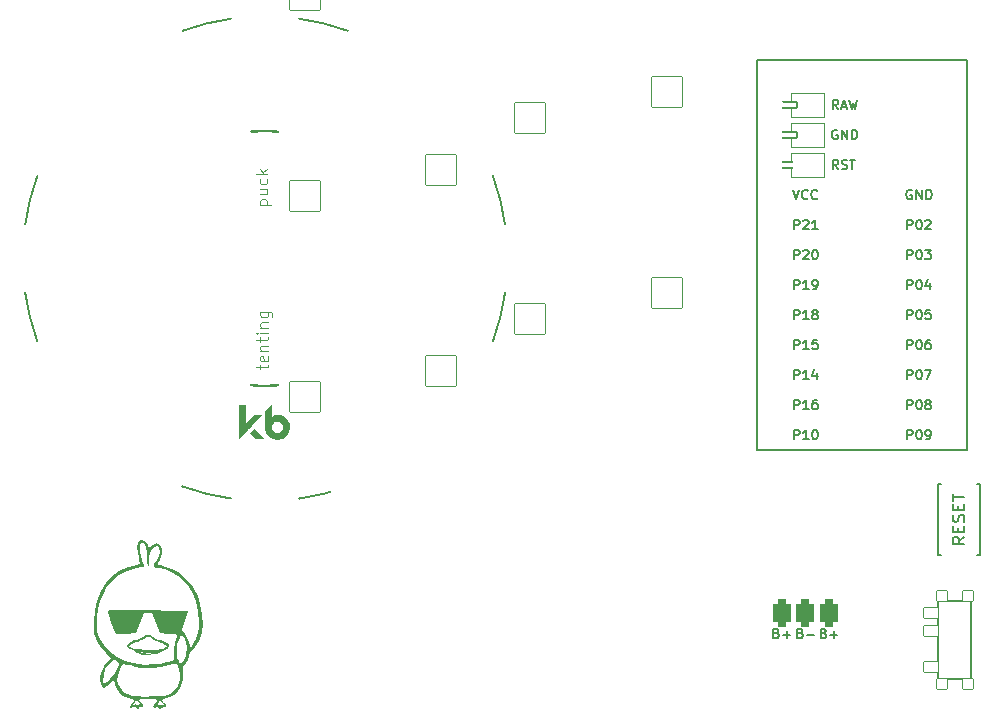
<source format=gto>
%TF.GenerationSoftware,KiCad,Pcbnew,(6.0.4)*%
%TF.CreationDate,2022-05-11T15:33:50+02:00*%
%TF.ProjectId,battoota-curvy,62617474-6f6f-4746-912d-63757276792e,v1.0.0*%
%TF.SameCoordinates,Original*%
%TF.FileFunction,Legend,Top*%
%TF.FilePolarity,Positive*%
%FSLAX46Y46*%
G04 Gerber Fmt 4.6, Leading zero omitted, Abs format (unit mm)*
G04 Created by KiCad (PCBNEW (6.0.4)) date 2022-05-11 15:33:50*
%MOMM*%
%LPD*%
G01*
G04 APERTURE LIST*
G04 Aperture macros list*
%AMRoundRect*
0 Rectangle with rounded corners*
0 $1 Rounding radius*
0 $2 $3 $4 $5 $6 $7 $8 $9 X,Y pos of 4 corners*
0 Add a 4 corners polygon primitive as box body*
4,1,4,$2,$3,$4,$5,$6,$7,$8,$9,$2,$3,0*
0 Add four circle primitives for the rounded corners*
1,1,$1+$1,$2,$3*
1,1,$1+$1,$4,$5*
1,1,$1+$1,$6,$7*
1,1,$1+$1,$8,$9*
0 Add four rect primitives between the rounded corners*
20,1,$1+$1,$2,$3,$4,$5,0*
20,1,$1+$1,$4,$5,$6,$7,0*
20,1,$1+$1,$6,$7,$8,$9,0*
20,1,$1+$1,$8,$9,$2,$3,0*%
%AMFreePoly0*
4,1,16,0.535355,0.785355,0.550000,0.750000,0.550000,-0.750000,0.535355,-0.785355,0.500000,-0.800000,-0.650000,-0.800000,-0.685355,-0.785355,-0.700000,-0.750000,-0.691603,-0.722265,-0.210093,0.000000,-0.691603,0.722265,-0.699029,0.759806,-0.677735,0.791603,-0.650000,0.800000,0.500000,0.800000,0.535355,0.785355,0.535355,0.785355,$1*%
%AMFreePoly1*
4,1,16,0.535355,0.785355,0.541603,0.777735,1.041603,0.027735,1.049029,-0.009806,1.041603,-0.027735,0.541603,-0.777735,0.509806,-0.799029,0.500000,-0.800000,-0.500000,-0.800000,-0.535355,-0.785355,-0.550000,-0.750000,-0.550000,0.750000,-0.535355,0.785355,-0.500000,0.800000,0.500000,0.800000,0.535355,0.785355,0.535355,0.785355,$1*%
G04 Aperture macros list end*
%ADD10C,0.150000*%
%ADD11C,0.100000*%
%ADD12C,0.120000*%
%ADD13C,0.200000*%
%ADD14C,0.010000*%
%ADD15RoundRect,0.375000X-0.375000X-0.750000X0.375000X-0.750000X0.375000X0.750000X-0.375000X0.750000X0*%
%ADD16C,2.000000*%
%ADD17C,1.752600*%
%ADD18RoundRect,0.050000X-0.450000X0.450000X-0.450000X-0.450000X0.450000X-0.450000X0.450000X0.450000X0*%
%ADD19RoundRect,0.050000X-0.625000X0.450000X-0.625000X-0.450000X0.625000X-0.450000X0.625000X0.450000X0*%
%ADD20RoundRect,0.425000X-0.375000X-0.750000X0.375000X-0.750000X0.375000X0.750000X-0.375000X0.750000X0*%
%ADD21C,2.100000*%
%ADD22C,3.100000*%
%ADD23C,1.801800*%
%ADD24C,3.529000*%
%ADD25RoundRect,0.050000X-1.054507X-1.505993X1.505993X-1.054507X1.054507X1.505993X-1.505993X1.054507X0*%
%ADD26C,2.132000*%
%ADD27RoundRect,0.050000X-1.181751X-1.408356X1.408356X-1.181751X1.181751X1.408356X-1.408356X1.181751X0*%
%ADD28RoundRect,0.050000X-1.300000X-1.300000X1.300000X-1.300000X1.300000X1.300000X-1.300000X1.300000X0*%
%ADD29RoundRect,0.050000X-1.775833X-0.475833X0.475833X-1.775833X1.775833X0.475833X-0.475833X1.775833X0*%
%ADD30C,1.100000*%
%ADD31RoundRect,0.050000X-0.863113X-1.623279X1.623279X-0.863113X0.863113X1.623279X-1.623279X0.863113X0*%
%ADD32RoundRect,0.050000X-1.592168X-0.919239X0.919239X-1.592168X1.592168X0.919239X-0.919239X1.592168X0*%
%ADD33C,1.852600*%
%ADD34FreePoly0,180.000000*%
%ADD35RoundRect,0.050000X-0.762000X0.250000X-0.762000X-0.250000X0.762000X-0.250000X0.762000X0.250000X0*%
%ADD36FreePoly1,180.000000*%
%ADD37C,4.500000*%
G04 APERTURE END LIST*
D10*
%TO.C,PAD1*%
X149107300Y56420824D02*
X149221586Y56382729D01*
X149259681Y56344634D01*
X149297776Y56268443D01*
X149297776Y56154158D01*
X149259681Y56077967D01*
X149221586Y56039872D01*
X149145396Y56001777D01*
X148840634Y56001777D01*
X148840634Y56801777D01*
X149107300Y56801777D01*
X149183491Y56763682D01*
X149221586Y56725586D01*
X149259681Y56649396D01*
X149259681Y56573205D01*
X149221586Y56497015D01*
X149183491Y56458920D01*
X149107300Y56420824D01*
X148840634Y56420824D01*
X149640634Y56306539D02*
X150250157Y56306539D01*
X147107300Y56420824D02*
X147221586Y56382729D01*
X147259681Y56344634D01*
X147297776Y56268443D01*
X147297776Y56154158D01*
X147259681Y56077967D01*
X147221586Y56039872D01*
X147145396Y56001777D01*
X146840634Y56001777D01*
X146840634Y56801777D01*
X147107300Y56801777D01*
X147183491Y56763682D01*
X147221586Y56725586D01*
X147259681Y56649396D01*
X147259681Y56573205D01*
X147221586Y56497015D01*
X147183491Y56458920D01*
X147107300Y56420824D01*
X146840634Y56420824D01*
X147640634Y56306539D02*
X148250157Y56306539D01*
X147945396Y56001777D02*
X147945396Y56611301D01*
X151107300Y56420824D02*
X151221586Y56382729D01*
X151259681Y56344634D01*
X151297776Y56268443D01*
X151297776Y56154158D01*
X151259681Y56077967D01*
X151221586Y56039872D01*
X151145396Y56001777D01*
X150840634Y56001777D01*
X150840634Y56801777D01*
X151107300Y56801777D01*
X151183491Y56763682D01*
X151221586Y56725586D01*
X151259681Y56649396D01*
X151259681Y56573205D01*
X151221586Y56497015D01*
X151183491Y56458920D01*
X151107300Y56420824D01*
X150840634Y56420824D01*
X151640634Y56306539D02*
X152250157Y56306539D01*
X151945396Y56001777D02*
X151945396Y56611301D01*
%TO.C,B1*%
X163012380Y64587619D02*
X162536190Y64254285D01*
X163012380Y64016190D02*
X162012380Y64016190D01*
X162012380Y64397142D01*
X162060000Y64492380D01*
X162107619Y64540000D01*
X162202857Y64587619D01*
X162345714Y64587619D01*
X162440952Y64540000D01*
X162488571Y64492380D01*
X162536190Y64397142D01*
X162536190Y64016190D01*
X162488571Y65016190D02*
X162488571Y65349523D01*
X163012380Y65492380D02*
X163012380Y65016190D01*
X162012380Y65016190D01*
X162012380Y65492380D01*
X162964761Y65873333D02*
X163012380Y66016190D01*
X163012380Y66254285D01*
X162964761Y66349523D01*
X162917142Y66397142D01*
X162821904Y66444761D01*
X162726666Y66444761D01*
X162631428Y66397142D01*
X162583809Y66349523D01*
X162536190Y66254285D01*
X162488571Y66063809D01*
X162440952Y65968571D01*
X162393333Y65920952D01*
X162298095Y65873333D01*
X162202857Y65873333D01*
X162107619Y65920952D01*
X162060000Y65968571D01*
X162012380Y66063809D01*
X162012380Y66301904D01*
X162060000Y66444761D01*
X162488571Y66873333D02*
X162488571Y67206666D01*
X163012380Y67349523D02*
X163012380Y66873333D01*
X162012380Y66873333D01*
X162012380Y67349523D01*
X162012380Y67635238D02*
X162012380Y68206666D01*
X163012380Y67920952D02*
X162012380Y67920952D01*
%TO.C,MCU1*%
X158185784Y75380637D02*
X158185784Y76180637D01*
X158490546Y76180637D01*
X158566736Y76142542D01*
X158604832Y76104446D01*
X158642927Y76028256D01*
X158642927Y75913970D01*
X158604832Y75837780D01*
X158566736Y75799684D01*
X158490546Y75761589D01*
X158185784Y75761589D01*
X159138165Y76180637D02*
X159214355Y76180637D01*
X159290546Y76142542D01*
X159328641Y76104446D01*
X159366736Y76028256D01*
X159404832Y75875875D01*
X159404832Y75685399D01*
X159366736Y75533018D01*
X159328641Y75456827D01*
X159290546Y75418732D01*
X159214355Y75380637D01*
X159138165Y75380637D01*
X159061974Y75418732D01*
X159023879Y75456827D01*
X158985784Y75533018D01*
X158947689Y75685399D01*
X158947689Y75875875D01*
X158985784Y76028256D01*
X159023879Y76104446D01*
X159061974Y76142542D01*
X159138165Y76180637D01*
X159861974Y75837780D02*
X159785784Y75875875D01*
X159747689Y75913970D01*
X159709593Y75990161D01*
X159709593Y76028256D01*
X159747689Y76104446D01*
X159785784Y76142542D01*
X159861974Y76180637D01*
X160014355Y76180637D01*
X160090546Y76142542D01*
X160128641Y76104446D01*
X160166736Y76028256D01*
X160166736Y75990161D01*
X160128641Y75913970D01*
X160090546Y75875875D01*
X160014355Y75837780D01*
X159861974Y75837780D01*
X159785784Y75799684D01*
X159747689Y75761589D01*
X159709593Y75685399D01*
X159709593Y75533018D01*
X159747689Y75456827D01*
X159785784Y75418732D01*
X159861974Y75380637D01*
X160014355Y75380637D01*
X160090546Y75418732D01*
X160128641Y75456827D01*
X160166736Y75533018D01*
X160166736Y75685399D01*
X160128641Y75761589D01*
X160090546Y75799684D01*
X160014355Y75837780D01*
X148585784Y90620637D02*
X148585784Y91420637D01*
X148890546Y91420637D01*
X148966736Y91382542D01*
X149004832Y91344446D01*
X149042927Y91268256D01*
X149042927Y91153970D01*
X149004832Y91077780D01*
X148966736Y91039684D01*
X148890546Y91001589D01*
X148585784Y91001589D01*
X149347689Y91344446D02*
X149385784Y91382542D01*
X149461974Y91420637D01*
X149652451Y91420637D01*
X149728641Y91382542D01*
X149766736Y91344446D01*
X149804832Y91268256D01*
X149804832Y91192065D01*
X149766736Y91077780D01*
X149309593Y90620637D01*
X149804832Y90620637D01*
X150566736Y90620637D02*
X150109593Y90620637D01*
X150338165Y90620637D02*
X150338165Y91420637D01*
X150261974Y91306351D01*
X150185784Y91230161D01*
X150109593Y91192065D01*
X148585784Y77920637D02*
X148585784Y78720637D01*
X148890546Y78720637D01*
X148966736Y78682542D01*
X149004832Y78644446D01*
X149042927Y78568256D01*
X149042927Y78453970D01*
X149004832Y78377780D01*
X148966736Y78339684D01*
X148890546Y78301589D01*
X148585784Y78301589D01*
X149804832Y77920637D02*
X149347689Y77920637D01*
X149576260Y77920637D02*
X149576260Y78720637D01*
X149500070Y78606351D01*
X149423879Y78530161D01*
X149347689Y78492065D01*
X150490546Y78453970D02*
X150490546Y77920637D01*
X150300070Y78758732D02*
X150109593Y78187303D01*
X150604832Y78187303D01*
X148585784Y88080637D02*
X148585784Y88880637D01*
X148890546Y88880637D01*
X148966736Y88842542D01*
X149004832Y88804446D01*
X149042927Y88728256D01*
X149042927Y88613970D01*
X149004832Y88537780D01*
X148966736Y88499684D01*
X148890546Y88461589D01*
X148585784Y88461589D01*
X149347689Y88804446D02*
X149385784Y88842542D01*
X149461974Y88880637D01*
X149652451Y88880637D01*
X149728641Y88842542D01*
X149766736Y88804446D01*
X149804832Y88728256D01*
X149804832Y88652065D01*
X149766736Y88537780D01*
X149309593Y88080637D01*
X149804832Y88080637D01*
X150300070Y88880637D02*
X150376260Y88880637D01*
X150452451Y88842542D01*
X150490546Y88804446D01*
X150528641Y88728256D01*
X150566736Y88575875D01*
X150566736Y88385399D01*
X150528641Y88233018D01*
X150490546Y88156827D01*
X150452451Y88118732D01*
X150376260Y88080637D01*
X150300070Y88080637D01*
X150223879Y88118732D01*
X150185784Y88156827D01*
X150147689Y88233018D01*
X150109593Y88385399D01*
X150109593Y88575875D01*
X150147689Y88728256D01*
X150185784Y88804446D01*
X150223879Y88842542D01*
X150300070Y88880637D01*
X152305594Y95700637D02*
X152038928Y96081589D01*
X151848451Y95700637D02*
X151848451Y96500637D01*
X152153213Y96500637D01*
X152229404Y96462542D01*
X152267499Y96424446D01*
X152305594Y96348256D01*
X152305594Y96233970D01*
X152267499Y96157780D01*
X152229404Y96119684D01*
X152153213Y96081589D01*
X151848451Y96081589D01*
X152610356Y95738732D02*
X152724642Y95700637D01*
X152915118Y95700637D01*
X152991309Y95738732D01*
X153029404Y95776827D01*
X153067499Y95853018D01*
X153067499Y95929208D01*
X153029404Y96005399D01*
X152991309Y96043494D01*
X152915118Y96081589D01*
X152762737Y96119684D01*
X152686547Y96157780D01*
X152648451Y96195875D01*
X152610356Y96272065D01*
X152610356Y96348256D01*
X152648451Y96424446D01*
X152686547Y96462542D01*
X152762737Y96500637D01*
X152953213Y96500637D01*
X153067499Y96462542D01*
X153296070Y96500637D02*
X153753213Y96500637D01*
X153524642Y95700637D02*
X153524642Y96500637D01*
X158185784Y72840637D02*
X158185784Y73640637D01*
X158490546Y73640637D01*
X158566736Y73602542D01*
X158604832Y73564446D01*
X158642927Y73488256D01*
X158642927Y73373970D01*
X158604832Y73297780D01*
X158566736Y73259684D01*
X158490546Y73221589D01*
X158185784Y73221589D01*
X159138165Y73640637D02*
X159214355Y73640637D01*
X159290546Y73602542D01*
X159328641Y73564446D01*
X159366736Y73488256D01*
X159404832Y73335875D01*
X159404832Y73145399D01*
X159366736Y72993018D01*
X159328641Y72916827D01*
X159290546Y72878732D01*
X159214355Y72840637D01*
X159138165Y72840637D01*
X159061974Y72878732D01*
X159023879Y72916827D01*
X158985784Y72993018D01*
X158947689Y73145399D01*
X158947689Y73335875D01*
X158985784Y73488256D01*
X159023879Y73564446D01*
X159061974Y73602542D01*
X159138165Y73640637D01*
X159785784Y72840637D02*
X159938165Y72840637D01*
X160014355Y72878732D01*
X160052451Y72916827D01*
X160128641Y73031113D01*
X160166736Y73183494D01*
X160166736Y73488256D01*
X160128641Y73564446D01*
X160090546Y73602542D01*
X160014355Y73640637D01*
X159861974Y73640637D01*
X159785784Y73602542D01*
X159747689Y73564446D01*
X159709593Y73488256D01*
X159709593Y73297780D01*
X159747689Y73221589D01*
X159785784Y73183494D01*
X159861974Y73145399D01*
X160014355Y73145399D01*
X160090546Y73183494D01*
X160128641Y73221589D01*
X160166736Y73297780D01*
X148585784Y75380637D02*
X148585784Y76180637D01*
X148890546Y76180637D01*
X148966736Y76142542D01*
X149004832Y76104446D01*
X149042927Y76028256D01*
X149042927Y75913970D01*
X149004832Y75837780D01*
X148966736Y75799684D01*
X148890546Y75761589D01*
X148585784Y75761589D01*
X149804832Y75380637D02*
X149347689Y75380637D01*
X149576260Y75380637D02*
X149576260Y76180637D01*
X149500070Y76066351D01*
X149423879Y75990161D01*
X149347689Y75952065D01*
X150490546Y76180637D02*
X150338165Y76180637D01*
X150261974Y76142542D01*
X150223879Y76104446D01*
X150147689Y75990161D01*
X150109593Y75837780D01*
X150109593Y75533018D01*
X150147689Y75456827D01*
X150185784Y75418732D01*
X150261974Y75380637D01*
X150414355Y75380637D01*
X150490546Y75418732D01*
X150528641Y75456827D01*
X150566736Y75533018D01*
X150566736Y75723494D01*
X150528641Y75799684D01*
X150490546Y75837780D01*
X150414355Y75875875D01*
X150261974Y75875875D01*
X150185784Y75837780D01*
X150147689Y75799684D01*
X150109593Y75723494D01*
X152305595Y100780637D02*
X152038928Y101161589D01*
X151848452Y100780637D02*
X151848452Y101580637D01*
X152153214Y101580637D01*
X152229404Y101542542D01*
X152267499Y101504446D01*
X152305595Y101428256D01*
X152305595Y101313970D01*
X152267499Y101237780D01*
X152229404Y101199684D01*
X152153214Y101161589D01*
X151848452Y101161589D01*
X152610356Y101009208D02*
X152991309Y101009208D01*
X152534166Y100780637D02*
X152800833Y101580637D01*
X153067499Y100780637D01*
X153257976Y101580637D02*
X153448452Y100780637D01*
X153600833Y101352065D01*
X153753214Y100780637D01*
X153943690Y101580637D01*
X158185784Y90620637D02*
X158185784Y91420637D01*
X158490546Y91420637D01*
X158566736Y91382542D01*
X158604832Y91344446D01*
X158642927Y91268256D01*
X158642927Y91153970D01*
X158604832Y91077780D01*
X158566736Y91039684D01*
X158490546Y91001589D01*
X158185784Y91001589D01*
X159138165Y91420637D02*
X159214355Y91420637D01*
X159290546Y91382542D01*
X159328641Y91344446D01*
X159366736Y91268256D01*
X159404832Y91115875D01*
X159404832Y90925399D01*
X159366736Y90773018D01*
X159328641Y90696827D01*
X159290546Y90658732D01*
X159214355Y90620637D01*
X159138165Y90620637D01*
X159061974Y90658732D01*
X159023879Y90696827D01*
X158985784Y90773018D01*
X158947689Y90925399D01*
X158947689Y91115875D01*
X158985784Y91268256D01*
X159023879Y91344446D01*
X159061974Y91382542D01*
X159138165Y91420637D01*
X159709593Y91344446D02*
X159747689Y91382542D01*
X159823879Y91420637D01*
X160014355Y91420637D01*
X160090546Y91382542D01*
X160128641Y91344446D01*
X160166736Y91268256D01*
X160166736Y91192065D01*
X160128641Y91077780D01*
X159671498Y90620637D01*
X160166736Y90620637D01*
X148585784Y83000637D02*
X148585784Y83800637D01*
X148890546Y83800637D01*
X148966736Y83762542D01*
X149004832Y83724446D01*
X149042927Y83648256D01*
X149042927Y83533970D01*
X149004832Y83457780D01*
X148966736Y83419684D01*
X148890546Y83381589D01*
X148585784Y83381589D01*
X149804832Y83000637D02*
X149347689Y83000637D01*
X149576260Y83000637D02*
X149576260Y83800637D01*
X149500070Y83686351D01*
X149423879Y83610161D01*
X149347689Y83572065D01*
X150261974Y83457780D02*
X150185784Y83495875D01*
X150147689Y83533970D01*
X150109593Y83610161D01*
X150109593Y83648256D01*
X150147689Y83724446D01*
X150185784Y83762542D01*
X150261974Y83800637D01*
X150414355Y83800637D01*
X150490546Y83762542D01*
X150528641Y83724446D01*
X150566736Y83648256D01*
X150566736Y83610161D01*
X150528641Y83533970D01*
X150490546Y83495875D01*
X150414355Y83457780D01*
X150261974Y83457780D01*
X150185784Y83419684D01*
X150147689Y83381589D01*
X150109593Y83305399D01*
X150109593Y83153018D01*
X150147689Y83076827D01*
X150185784Y83038732D01*
X150261974Y83000637D01*
X150414355Y83000637D01*
X150490546Y83038732D01*
X150528641Y83076827D01*
X150566736Y83153018D01*
X150566736Y83305399D01*
X150528641Y83381589D01*
X150490546Y83419684D01*
X150414355Y83457780D01*
X148585784Y72840637D02*
X148585784Y73640637D01*
X148890546Y73640637D01*
X148966736Y73602542D01*
X149004832Y73564446D01*
X149042927Y73488256D01*
X149042927Y73373970D01*
X149004832Y73297780D01*
X148966736Y73259684D01*
X148890546Y73221589D01*
X148585784Y73221589D01*
X149804832Y72840637D02*
X149347689Y72840637D01*
X149576260Y72840637D02*
X149576260Y73640637D01*
X149500070Y73526351D01*
X149423879Y73450161D01*
X149347689Y73412065D01*
X150300070Y73640637D02*
X150376260Y73640637D01*
X150452451Y73602542D01*
X150490546Y73564446D01*
X150528641Y73488256D01*
X150566736Y73335875D01*
X150566736Y73145399D01*
X150528641Y72993018D01*
X150490546Y72916827D01*
X150452451Y72878732D01*
X150376260Y72840637D01*
X150300070Y72840637D01*
X150223879Y72878732D01*
X150185784Y72916827D01*
X150147689Y72993018D01*
X150109593Y73145399D01*
X150109593Y73335875D01*
X150147689Y73488256D01*
X150185784Y73564446D01*
X150223879Y73602542D01*
X150300070Y73640637D01*
X158547689Y93922542D02*
X158471498Y93960637D01*
X158357213Y93960637D01*
X158242927Y93922542D01*
X158166736Y93846351D01*
X158128641Y93770161D01*
X158090546Y93617780D01*
X158090546Y93503494D01*
X158128641Y93351113D01*
X158166736Y93274922D01*
X158242927Y93198732D01*
X158357213Y93160637D01*
X158433403Y93160637D01*
X158547689Y93198732D01*
X158585784Y93236827D01*
X158585784Y93503494D01*
X158433403Y93503494D01*
X158928641Y93160637D02*
X158928641Y93960637D01*
X159385784Y93160637D01*
X159385784Y93960637D01*
X159766736Y93160637D02*
X159766736Y93960637D01*
X159957213Y93960637D01*
X160071498Y93922542D01*
X160147689Y93846351D01*
X160185784Y93770161D01*
X160223879Y93617780D01*
X160223879Y93503494D01*
X160185784Y93351113D01*
X160147689Y93274922D01*
X160071498Y93198732D01*
X159957213Y93160637D01*
X159766736Y93160637D01*
X158185784Y88080637D02*
X158185784Y88880637D01*
X158490546Y88880637D01*
X158566736Y88842542D01*
X158604832Y88804446D01*
X158642927Y88728256D01*
X158642927Y88613970D01*
X158604832Y88537780D01*
X158566736Y88499684D01*
X158490546Y88461589D01*
X158185784Y88461589D01*
X159138165Y88880637D02*
X159214355Y88880637D01*
X159290546Y88842542D01*
X159328641Y88804446D01*
X159366736Y88728256D01*
X159404832Y88575875D01*
X159404832Y88385399D01*
X159366736Y88233018D01*
X159328641Y88156827D01*
X159290546Y88118732D01*
X159214355Y88080637D01*
X159138165Y88080637D01*
X159061974Y88118732D01*
X159023879Y88156827D01*
X158985784Y88233018D01*
X158947689Y88385399D01*
X158947689Y88575875D01*
X158985784Y88728256D01*
X159023879Y88804446D01*
X159061974Y88842542D01*
X159138165Y88880637D01*
X159671498Y88880637D02*
X160166736Y88880637D01*
X159900070Y88575875D01*
X160014355Y88575875D01*
X160090546Y88537780D01*
X160128641Y88499684D01*
X160166736Y88423494D01*
X160166736Y88233018D01*
X160128641Y88156827D01*
X160090546Y88118732D01*
X160014355Y88080637D01*
X159785784Y88080637D01*
X159709593Y88118732D01*
X159671498Y88156827D01*
X158185784Y77920637D02*
X158185784Y78720637D01*
X158490546Y78720637D01*
X158566736Y78682542D01*
X158604832Y78644446D01*
X158642927Y78568256D01*
X158642927Y78453970D01*
X158604832Y78377780D01*
X158566736Y78339684D01*
X158490546Y78301589D01*
X158185784Y78301589D01*
X159138165Y78720637D02*
X159214355Y78720637D01*
X159290546Y78682542D01*
X159328641Y78644446D01*
X159366736Y78568256D01*
X159404832Y78415875D01*
X159404832Y78225399D01*
X159366736Y78073018D01*
X159328641Y77996827D01*
X159290546Y77958732D01*
X159214355Y77920637D01*
X159138165Y77920637D01*
X159061974Y77958732D01*
X159023879Y77996827D01*
X158985784Y78073018D01*
X158947689Y78225399D01*
X158947689Y78415875D01*
X158985784Y78568256D01*
X159023879Y78644446D01*
X159061974Y78682542D01*
X159138165Y78720637D01*
X159671498Y78720637D02*
X160204832Y78720637D01*
X159861974Y77920637D01*
X148585784Y85540637D02*
X148585784Y86340637D01*
X148890546Y86340637D01*
X148966736Y86302542D01*
X149004832Y86264446D01*
X149042927Y86188256D01*
X149042927Y86073970D01*
X149004832Y85997780D01*
X148966736Y85959684D01*
X148890546Y85921589D01*
X148585784Y85921589D01*
X149804832Y85540637D02*
X149347689Y85540637D01*
X149576260Y85540637D02*
X149576260Y86340637D01*
X149500070Y86226351D01*
X149423879Y86150161D01*
X149347689Y86112065D01*
X150185784Y85540637D02*
X150338165Y85540637D01*
X150414355Y85578732D01*
X150452451Y85616827D01*
X150528641Y85731113D01*
X150566736Y85883494D01*
X150566736Y86188256D01*
X150528641Y86264446D01*
X150490546Y86302542D01*
X150414355Y86340637D01*
X150261974Y86340637D01*
X150185784Y86302542D01*
X150147689Y86264446D01*
X150109593Y86188256D01*
X150109593Y85997780D01*
X150147689Y85921589D01*
X150185784Y85883494D01*
X150261974Y85845399D01*
X150414355Y85845399D01*
X150490546Y85883494D01*
X150528641Y85921589D01*
X150566736Y85997780D01*
X152248452Y99002542D02*
X152172261Y99040637D01*
X152057976Y99040637D01*
X151943690Y99002542D01*
X151867499Y98926351D01*
X151829404Y98850161D01*
X151791309Y98697780D01*
X151791309Y98583494D01*
X151829404Y98431113D01*
X151867499Y98354922D01*
X151943690Y98278732D01*
X152057976Y98240637D01*
X152134166Y98240637D01*
X152248452Y98278732D01*
X152286547Y98316827D01*
X152286547Y98583494D01*
X152134166Y98583494D01*
X152629404Y98240637D02*
X152629404Y99040637D01*
X153086547Y98240637D01*
X153086547Y99040637D01*
X153467499Y98240637D02*
X153467499Y99040637D01*
X153657976Y99040637D01*
X153772261Y99002542D01*
X153848452Y98926351D01*
X153886547Y98850161D01*
X153924642Y98697780D01*
X153924642Y98583494D01*
X153886547Y98431113D01*
X153848452Y98354922D01*
X153772261Y98278732D01*
X153657976Y98240637D01*
X153467499Y98240637D01*
X158185784Y85540637D02*
X158185784Y86340637D01*
X158490546Y86340637D01*
X158566736Y86302542D01*
X158604832Y86264446D01*
X158642927Y86188256D01*
X158642927Y86073970D01*
X158604832Y85997780D01*
X158566736Y85959684D01*
X158490546Y85921589D01*
X158185784Y85921589D01*
X159138165Y86340637D02*
X159214355Y86340637D01*
X159290546Y86302542D01*
X159328641Y86264446D01*
X159366736Y86188256D01*
X159404832Y86035875D01*
X159404832Y85845399D01*
X159366736Y85693018D01*
X159328641Y85616827D01*
X159290546Y85578732D01*
X159214355Y85540637D01*
X159138165Y85540637D01*
X159061974Y85578732D01*
X159023879Y85616827D01*
X158985784Y85693018D01*
X158947689Y85845399D01*
X158947689Y86035875D01*
X158985784Y86188256D01*
X159023879Y86264446D01*
X159061974Y86302542D01*
X159138165Y86340637D01*
X160090546Y86073970D02*
X160090546Y85540637D01*
X159900070Y86378732D02*
X159709593Y85807303D01*
X160204832Y85807303D01*
X158185784Y83000637D02*
X158185784Y83800637D01*
X158490546Y83800637D01*
X158566736Y83762542D01*
X158604832Y83724446D01*
X158642927Y83648256D01*
X158642927Y83533970D01*
X158604832Y83457780D01*
X158566736Y83419684D01*
X158490546Y83381589D01*
X158185784Y83381589D01*
X159138165Y83800637D02*
X159214355Y83800637D01*
X159290546Y83762542D01*
X159328641Y83724446D01*
X159366736Y83648256D01*
X159404832Y83495875D01*
X159404832Y83305399D01*
X159366736Y83153018D01*
X159328641Y83076827D01*
X159290546Y83038732D01*
X159214355Y83000637D01*
X159138165Y83000637D01*
X159061974Y83038732D01*
X159023879Y83076827D01*
X158985784Y83153018D01*
X158947689Y83305399D01*
X158947689Y83495875D01*
X158985784Y83648256D01*
X159023879Y83724446D01*
X159061974Y83762542D01*
X159138165Y83800637D01*
X160128641Y83800637D02*
X159747689Y83800637D01*
X159709593Y83419684D01*
X159747689Y83457780D01*
X159823879Y83495875D01*
X160014355Y83495875D01*
X160090546Y83457780D01*
X160128641Y83419684D01*
X160166736Y83343494D01*
X160166736Y83153018D01*
X160128641Y83076827D01*
X160090546Y83038732D01*
X160014355Y83000637D01*
X159823879Y83000637D01*
X159747689Y83038732D01*
X159709593Y83076827D01*
X148585784Y80460637D02*
X148585784Y81260637D01*
X148890546Y81260637D01*
X148966736Y81222542D01*
X149004832Y81184446D01*
X149042927Y81108256D01*
X149042927Y80993970D01*
X149004832Y80917780D01*
X148966736Y80879684D01*
X148890546Y80841589D01*
X148585784Y80841589D01*
X149804832Y80460637D02*
X149347689Y80460637D01*
X149576260Y80460637D02*
X149576260Y81260637D01*
X149500070Y81146351D01*
X149423879Y81070161D01*
X149347689Y81032065D01*
X150528641Y81260637D02*
X150147689Y81260637D01*
X150109593Y80879684D01*
X150147689Y80917780D01*
X150223879Y80955875D01*
X150414355Y80955875D01*
X150490546Y80917780D01*
X150528641Y80879684D01*
X150566736Y80803494D01*
X150566736Y80613018D01*
X150528641Y80536827D01*
X150490546Y80498732D01*
X150414355Y80460637D01*
X150223879Y80460637D01*
X150147689Y80498732D01*
X150109593Y80536827D01*
X158185784Y80460637D02*
X158185784Y81260637D01*
X158490546Y81260637D01*
X158566736Y81222542D01*
X158604832Y81184446D01*
X158642927Y81108256D01*
X158642927Y80993970D01*
X158604832Y80917780D01*
X158566736Y80879684D01*
X158490546Y80841589D01*
X158185784Y80841589D01*
X159138165Y81260637D02*
X159214355Y81260637D01*
X159290546Y81222542D01*
X159328641Y81184446D01*
X159366736Y81108256D01*
X159404832Y80955875D01*
X159404832Y80765399D01*
X159366736Y80613018D01*
X159328641Y80536827D01*
X159290546Y80498732D01*
X159214355Y80460637D01*
X159138165Y80460637D01*
X159061974Y80498732D01*
X159023879Y80536827D01*
X158985784Y80613018D01*
X158947689Y80765399D01*
X158947689Y80955875D01*
X158985784Y81108256D01*
X159023879Y81184446D01*
X159061974Y81222542D01*
X159138165Y81260637D01*
X160090546Y81260637D02*
X159938165Y81260637D01*
X159861974Y81222542D01*
X159823879Y81184446D01*
X159747689Y81070161D01*
X159709593Y80917780D01*
X159709593Y80613018D01*
X159747689Y80536827D01*
X159785784Y80498732D01*
X159861974Y80460637D01*
X160014355Y80460637D01*
X160090546Y80498732D01*
X160128641Y80536827D01*
X160166736Y80613018D01*
X160166736Y80803494D01*
X160128641Y80879684D01*
X160090546Y80917780D01*
X160014355Y80955875D01*
X159861974Y80955875D01*
X159785784Y80917780D01*
X159747689Y80879684D01*
X159709593Y80803494D01*
X148490546Y93960637D02*
X148757213Y93160637D01*
X149023879Y93960637D01*
X149747689Y93236827D02*
X149709593Y93198732D01*
X149595308Y93160637D01*
X149519117Y93160637D01*
X149404832Y93198732D01*
X149328641Y93274922D01*
X149290546Y93351113D01*
X149252451Y93503494D01*
X149252451Y93617780D01*
X149290546Y93770161D01*
X149328641Y93846351D01*
X149404832Y93922542D01*
X149519117Y93960637D01*
X149595308Y93960637D01*
X149709593Y93922542D01*
X149747689Y93884446D01*
X150547689Y93236827D02*
X150509593Y93198732D01*
X150395308Y93160637D01*
X150319117Y93160637D01*
X150204832Y93198732D01*
X150128641Y93274922D01*
X150090546Y93351113D01*
X150052451Y93503494D01*
X150052451Y93617780D01*
X150090546Y93770161D01*
X150128641Y93846351D01*
X150204832Y93922542D01*
X150319117Y93960637D01*
X150395308Y93960637D01*
X150509593Y93922542D01*
X150547689Y93884446D01*
D11*
%TO.C,REF\u002A\u002A*%
X103392434Y78783427D02*
X103392434Y79164379D01*
X103059100Y78926284D02*
X103916243Y78926284D01*
X104011481Y78973903D01*
X104059100Y79069141D01*
X104059100Y79164379D01*
X104011481Y79878665D02*
X104059100Y79783427D01*
X104059100Y79592950D01*
X104011481Y79497712D01*
X103916243Y79450093D01*
X103535291Y79450093D01*
X103440053Y79497712D01*
X103392434Y79592950D01*
X103392434Y79783427D01*
X103440053Y79878665D01*
X103535291Y79926284D01*
X103630529Y79926284D01*
X103725767Y79450093D01*
X103392434Y80354855D02*
X104059100Y80354855D01*
X103487672Y80354855D02*
X103440053Y80402474D01*
X103392434Y80497712D01*
X103392434Y80640569D01*
X103440053Y80735807D01*
X103535291Y80783427D01*
X104059100Y80783427D01*
X103392434Y81116760D02*
X103392434Y81497712D01*
X103059100Y81259617D02*
X103916243Y81259617D01*
X104011481Y81307236D01*
X104059100Y81402474D01*
X104059100Y81497712D01*
X104059100Y81831046D02*
X103392434Y81831046D01*
X103059100Y81831046D02*
X103106720Y81783427D01*
X103154339Y81831046D01*
X103106720Y81878665D01*
X103059100Y81831046D01*
X103154339Y81831046D01*
X103392434Y82307236D02*
X104059100Y82307236D01*
X103487672Y82307236D02*
X103440053Y82354855D01*
X103392434Y82450093D01*
X103392434Y82592950D01*
X103440053Y82688188D01*
X103535291Y82735807D01*
X104059100Y82735807D01*
X103392434Y83640569D02*
X104201958Y83640569D01*
X104297196Y83592950D01*
X104344815Y83545331D01*
X104392434Y83450093D01*
X104392434Y83307236D01*
X104344815Y83211998D01*
X104011481Y83640569D02*
X104059100Y83545331D01*
X104059100Y83354855D01*
X104011481Y83259617D01*
X103963862Y83211998D01*
X103868624Y83164379D01*
X103582910Y83164379D01*
X103487672Y83211998D01*
X103440053Y83259617D01*
X103392434Y83354855D01*
X103392434Y83545331D01*
X103440053Y83640569D01*
X103328934Y92673927D02*
X104328934Y92673927D01*
X103376553Y92673927D02*
X103328934Y92769165D01*
X103328934Y92959641D01*
X103376553Y93054879D01*
X103424172Y93102498D01*
X103519410Y93150117D01*
X103805124Y93150117D01*
X103900362Y93102498D01*
X103947981Y93054879D01*
X103995600Y92959641D01*
X103995600Y92769165D01*
X103947981Y92673927D01*
X103328934Y94007260D02*
X103995600Y94007260D01*
X103328934Y93578688D02*
X103852743Y93578688D01*
X103947981Y93626307D01*
X103995600Y93721546D01*
X103995600Y93864403D01*
X103947981Y93959641D01*
X103900362Y94007260D01*
X103947981Y94912022D02*
X103995600Y94816784D01*
X103995600Y94626307D01*
X103947981Y94531069D01*
X103900362Y94483450D01*
X103805124Y94435831D01*
X103519410Y94435831D01*
X103424172Y94483450D01*
X103376553Y94531069D01*
X103328934Y94626307D01*
X103328934Y94816784D01*
X103376553Y94912022D01*
X103995600Y95340593D02*
X102995600Y95340593D01*
X103614648Y95435831D02*
X103995600Y95721546D01*
X103328934Y95721546D02*
X103709886Y95340593D01*
D10*
%TO.C,T1*%
X163592148Y59149495D02*
X160742148Y59149495D01*
X163592148Y53899495D02*
X163592148Y57799495D01*
X160742148Y59149495D02*
X160742148Y52549495D01*
X163592148Y55849495D02*
X163592148Y52549495D01*
X160742148Y52549495D02*
X163592148Y52549495D01*
X163592148Y55849495D02*
X163592148Y59149495D01*
%TO.C,B1*%
X160810000Y63040000D02*
X160810000Y69040000D01*
X164310000Y63040000D02*
X164310000Y69040000D01*
X160810000Y69040000D02*
X161060000Y69040000D01*
X164310000Y63040000D02*
X164060000Y63040000D01*
X164310000Y69040000D02*
X164060000Y69040000D01*
X160810000Y63040000D02*
X161060000Y63040000D01*
%TO.C,G\u002A\u002A\u002A*%
G36*
X92883978Y54811439D02*
G01*
X92740255Y54880814D01*
X92407058Y55056231D01*
X92211599Y55193916D01*
X92131416Y55310999D01*
X92130646Y55316839D01*
X92306885Y55316839D01*
X92323310Y55295956D01*
X92503738Y55201096D01*
X92814003Y55123189D01*
X93215242Y55064583D01*
X93668589Y55027628D01*
X94135180Y55014670D01*
X94576151Y55028060D01*
X94952637Y55070144D01*
X95174422Y55123679D01*
X95401772Y55233273D01*
X95460472Y55348492D01*
X95351061Y55468035D01*
X95074080Y55590598D01*
X94966078Y55625429D01*
X94664565Y55735323D01*
X94407590Y55860367D01*
X94283288Y55946404D01*
X94021677Y56093383D01*
X93736622Y56076183D01*
X93509613Y55948664D01*
X93306784Y55830100D01*
X93019752Y55709005D01*
X92844401Y55651219D01*
X92514387Y55534275D01*
X92332107Y55420696D01*
X92306885Y55316839D01*
X92130646Y55316839D01*
X92126422Y55348860D01*
X92205522Y55535943D01*
X92420663Y55696920D01*
X92738600Y55809825D01*
X92858300Y55832470D01*
X93154436Y55920791D01*
X93435028Y56068739D01*
X93454272Y56082600D01*
X93752550Y56247693D01*
X94019947Y56257391D01*
X94293936Y56111220D01*
X94343195Y56071400D01*
X94555160Y55931295D01*
X94751676Y55860051D01*
X94778751Y55857874D01*
X94966352Y55822347D01*
X95222502Y55735067D01*
X95328663Y55689960D01*
X95559074Y55566867D01*
X95659234Y55452976D01*
X95667330Y55340633D01*
X95591473Y55163612D01*
X95513088Y55091950D01*
X95111759Y54891462D01*
X94805697Y54759395D01*
X94543443Y54679643D01*
X94273536Y54636100D01*
X93989088Y54614958D01*
X93653008Y54603783D01*
X93402897Y54622991D01*
X93169604Y54687303D01*
X93109985Y54713214D01*
X93673799Y54713214D01*
X93780173Y54699930D01*
X93904422Y54697460D01*
X94087543Y54704065D01*
X94137812Y54720951D01*
X94094922Y54734152D01*
X93848204Y54748159D01*
X93713922Y54734152D01*
X93673799Y54713214D01*
X93109985Y54713214D01*
X92957906Y54779309D01*
X93263810Y54779309D01*
X93347033Y54765751D01*
X93456847Y54781317D01*
X93458158Y54810219D01*
X93344841Y54830431D01*
X93295880Y54816903D01*
X93263810Y54779309D01*
X92957906Y54779309D01*
X92883978Y54811439D01*
G37*
G36*
X94497088Y50503045D02*
G01*
X94643295Y50652401D01*
X94666692Y50756195D01*
X94555768Y50821445D01*
X94299012Y50855169D01*
X93904422Y50864400D01*
X93568863Y50857043D01*
X93308698Y50837338D01*
X93161697Y50808830D01*
X93142422Y50792855D01*
X93199034Y50688346D01*
X93311755Y50568066D01*
X93447142Y50400898D01*
X93476988Y50265739D01*
X93400694Y50201812D01*
X93317223Y50210169D01*
X93160615Y50195335D01*
X93108213Y50135377D01*
X93006711Y50026556D01*
X92885968Y50061683D01*
X92834968Y50143183D01*
X92754841Y50223695D01*
X92631524Y50185516D01*
X92462694Y50111812D01*
X92392654Y50148018D01*
X92380422Y50271016D01*
X92421728Y50379808D01*
X92582791Y50379808D01*
X92677340Y50385158D01*
X92749034Y50430786D01*
X92849174Y50473905D01*
X92916959Y50373574D01*
X92929388Y50337018D01*
X92980358Y50214712D01*
X93017398Y50247358D01*
X93029700Y50288207D01*
X93124266Y50392124D01*
X93211226Y50386159D01*
X93282980Y50379386D01*
X93221385Y50454321D01*
X93173785Y50496685D01*
X93022640Y50657352D01*
X92947636Y50779733D01*
X92909598Y50852446D01*
X92895106Y50761545D01*
X92821498Y50610467D01*
X92711837Y50521852D01*
X92594181Y50433079D01*
X92582791Y50379808D01*
X92421728Y50379808D01*
X92447013Y50446405D01*
X92549755Y50545382D01*
X92693986Y50671444D01*
X92682018Y50778173D01*
X92509132Y50871978D01*
X92258894Y50940441D01*
X91805541Y51124714D01*
X91433524Y51442555D01*
X91170096Y51867066D01*
X91092709Y52091419D01*
X90991439Y52470057D01*
X90775764Y52332967D01*
X90561682Y52165937D01*
X90369908Y51974638D01*
X90179727Y51753400D01*
X90000313Y51965066D01*
X89869742Y52239974D01*
X89848473Y52501801D01*
X90095204Y52501801D01*
X90102772Y52276291D01*
X90139765Y52147704D01*
X90163941Y52134400D01*
X90256374Y52188909D01*
X90430173Y52331426D01*
X90603135Y52489954D01*
X91293284Y52489954D01*
X91375226Y52110208D01*
X91476501Y51873648D01*
X91654061Y51601911D01*
X91877885Y51393116D01*
X92168936Y51241165D01*
X92548174Y51139962D01*
X93036561Y51083409D01*
X93655058Y51065408D01*
X94226220Y51073792D01*
X94708800Y51090617D01*
X95060360Y51114249D01*
X95319209Y51150426D01*
X95523658Y51204883D01*
X95712015Y51283357D01*
X95750220Y51301989D01*
X96123921Y51577407D01*
X96396496Y51966219D01*
X96555900Y52437813D01*
X96590089Y52961576D01*
X96540529Y53310769D01*
X96455508Y53618649D01*
X96347306Y53796201D01*
X96181045Y53859979D01*
X95921846Y53826536D01*
X95630184Y53742813D01*
X94953530Y53587774D01*
X94197082Y53510253D01*
X93433171Y53513392D01*
X92734127Y53600336D01*
X92668971Y53614115D01*
X92335075Y53693216D01*
X92053420Y53769503D01*
X91875159Y53828891D01*
X91854808Y53838335D01*
X91752825Y53860391D01*
X91681082Y53771888D01*
X91623707Y53593361D01*
X91533656Y53336287D01*
X91426116Y53126554D01*
X91411179Y53105450D01*
X91304319Y52839623D01*
X91293284Y52489954D01*
X90603135Y52489954D01*
X90635426Y52519550D01*
X90866152Y52778902D01*
X91090809Y53095367D01*
X91281265Y53421544D01*
X91409387Y53710034D01*
X91448261Y53889059D01*
X91380701Y53995723D01*
X91215710Y54113267D01*
X91203142Y54119902D01*
X91054781Y54186990D01*
X90944970Y54184016D01*
X90822020Y54091411D01*
X90654733Y53912295D01*
X90448858Y53651510D01*
X90275909Y53376808D01*
X90223346Y53268946D01*
X90158061Y53047223D01*
X90114491Y52775143D01*
X90095204Y52501801D01*
X89848473Y52501801D01*
X89840202Y52603612D01*
X89902370Y53016274D01*
X90046922Y53438258D01*
X90264536Y53829856D01*
X90504870Y54113825D01*
X90761494Y54357583D01*
X90302999Y54776621D01*
X89826443Y55321596D01*
X89567296Y55759042D01*
X89447141Y56012240D01*
X89368080Y56220018D01*
X89321752Y56429518D01*
X89299794Y56687883D01*
X89293841Y57042258D01*
X89294371Y57297579D01*
X89297495Y57341400D01*
X89553696Y57341400D01*
X89557400Y56928222D01*
X89578822Y56628157D01*
X89627684Y56385171D01*
X89713705Y56143232D01*
X89792844Y55962855D01*
X90136304Y55401988D01*
X90621028Y54892268D01*
X91222119Y54452211D01*
X91914683Y54100333D01*
X92603812Y53872265D01*
X93082786Y53794861D01*
X93663314Y53766986D01*
X94285788Y53786196D01*
X94890603Y53850046D01*
X95418152Y53956093D01*
X95543239Y53992802D01*
X96123723Y54178753D01*
X96070295Y54617077D01*
X96079465Y55080285D01*
X96325881Y55080285D01*
X96327710Y54677744D01*
X96375168Y54316992D01*
X96467775Y54056944D01*
X96475134Y54045253D01*
X96628143Y53811733D01*
X96826284Y53997877D01*
X96966130Y54193782D01*
X97086957Y54469968D01*
X97121864Y54590190D01*
X97176721Y55146150D01*
X97084261Y55689335D01*
X96907681Y56083336D01*
X96784247Y56274447D01*
X96713207Y56333717D01*
X96666647Y56278387D01*
X96652846Y56240733D01*
X96579443Y56050036D01*
X96475242Y55806585D01*
X96461032Y55775066D01*
X96370162Y55465698D01*
X96325881Y55080285D01*
X96079465Y55080285D01*
X96082096Y55213210D01*
X96150582Y55521066D01*
X96262396Y55901980D01*
X96322245Y56147438D01*
X96311960Y56287910D01*
X96213374Y56353867D01*
X96008320Y56375778D01*
X95678630Y56384113D01*
X95635186Y56385469D01*
X94892188Y56410066D01*
X94545362Y57256733D01*
X94198535Y58103400D01*
X93537991Y58103400D01*
X92844243Y56410066D01*
X91992187Y56386102D01*
X91140130Y56362137D01*
X90785489Y57302541D01*
X90651479Y57677144D01*
X90550559Y57997120D01*
X90492705Y58227962D01*
X90487272Y58334241D01*
X90565612Y58358671D01*
X90770969Y58376347D01*
X91110443Y58387339D01*
X91591135Y58391713D01*
X92220147Y58389538D01*
X93004578Y58380882D01*
X93892620Y58366851D01*
X94628610Y58353119D01*
X95310377Y58338793D01*
X95919653Y58324376D01*
X96438166Y58310372D01*
X96847646Y58297287D01*
X97129824Y58285624D01*
X97266428Y58275889D01*
X97276286Y58273424D01*
X97264632Y58184166D01*
X97205275Y57971704D01*
X97108818Y57671815D01*
X97032008Y57449106D01*
X96752989Y56659530D01*
X96977731Y56434787D01*
X97139512Y56205119D01*
X97287131Y55877216D01*
X97345176Y55696772D01*
X97487878Y55183498D01*
X97700397Y55496248D01*
X97963013Y55953635D01*
X98127499Y56429344D01*
X98208157Y56975786D01*
X98222422Y57409186D01*
X98153236Y58317446D01*
X97951835Y59154138D01*
X97627455Y59906649D01*
X97189332Y60562370D01*
X96646702Y61108689D01*
X96008799Y61532995D01*
X95284861Y61822677D01*
X94928718Y61906649D01*
X94599418Y61983285D01*
X94428121Y62077514D01*
X94403843Y62217712D01*
X94515598Y62432257D01*
X94652421Y62620354D01*
X94830072Y62942212D01*
X94878088Y63278409D01*
X94844099Y63599871D01*
X94740227Y63769180D01*
X94563612Y63789686D01*
X94470459Y63756294D01*
X94256563Y63572819D01*
X94090860Y63257823D01*
X93987793Y62845723D01*
X93961254Y62542942D01*
X93942369Y62227069D01*
X93913023Y62069667D01*
X93879665Y62060719D01*
X93848740Y62190208D01*
X93826695Y62448119D01*
X93819755Y62762786D01*
X93794031Y63302679D01*
X93718779Y63706619D01*
X93596879Y63965572D01*
X93431210Y64070503D01*
X93402355Y64072400D01*
X93240506Y63997740D01*
X93178928Y63867659D01*
X93168326Y63649227D01*
X93203966Y63327445D01*
X93275583Y62958591D01*
X93372909Y62598940D01*
X93448998Y62387233D01*
X93520542Y62193920D01*
X93546125Y62082449D01*
X93543788Y62074878D01*
X93455295Y62047212D01*
X93243659Y61996299D01*
X92951733Y61932349D01*
X92901052Y61921718D01*
X92094895Y61683228D01*
X91407043Y61325848D01*
X90829831Y60843852D01*
X90355594Y60231511D01*
X90150404Y59866170D01*
X89844649Y59165956D01*
X89655204Y58486382D01*
X89565908Y57759066D01*
X89553696Y57341400D01*
X89297495Y57341400D01*
X89363677Y58269694D01*
X89557951Y59160199D01*
X89870025Y59958686D01*
X90292730Y60654747D01*
X90818899Y61237974D01*
X91441364Y61697957D01*
X92152957Y62024288D01*
X92640005Y62155797D01*
X92910572Y62216488D01*
X93107206Y62270853D01*
X93176676Y62300432D01*
X93180759Y62399663D01*
X93145166Y62609747D01*
X93097975Y62806337D01*
X92993959Y63324682D01*
X92978234Y63751062D01*
X93050080Y64065427D01*
X93148207Y64204636D01*
X93288440Y64307755D01*
X93415811Y64302972D01*
X93550374Y64235849D01*
X93757738Y64062353D01*
X93889118Y63876231D01*
X94000814Y63643880D01*
X94255447Y63858140D01*
X94465557Y64016970D01*
X94614991Y64056293D01*
X94762434Y63976714D01*
X94881937Y63864582D01*
X95052086Y63582213D01*
X95095465Y63231293D01*
X95012346Y62855224D01*
X94873903Y62592622D01*
X94750576Y62399963D01*
X94685927Y62277032D01*
X94683403Y62256510D01*
X94773050Y62230420D01*
X94979276Y62181344D01*
X95193103Y62133920D01*
X95946464Y61887855D01*
X96621090Y61496722D01*
X97208237Y60969645D01*
X97699161Y60315748D01*
X98085118Y59544155D01*
X98301239Y58890731D01*
X98476901Y58009790D01*
X98519445Y57191338D01*
X98430843Y56447007D01*
X98213068Y55788428D01*
X97868093Y55227231D01*
X97637308Y54976059D01*
X97473252Y54785159D01*
X97382263Y54611451D01*
X97375755Y54570520D01*
X97333745Y54375923D01*
X97229657Y54132103D01*
X97096407Y53901142D01*
X96966910Y53745125D01*
X96923569Y53717622D01*
X96862620Y53652314D01*
X96826491Y53494962D01*
X96811185Y53217437D01*
X96810852Y52924013D01*
X96806347Y52515991D01*
X96776410Y52219573D01*
X96711941Y51977819D01*
X96628666Y51784018D01*
X96338971Y51371594D01*
X95938500Y51071362D01*
X95461927Y50909110D01*
X95449588Y50907085D01*
X95193056Y50836684D01*
X95098588Y50736465D01*
X95168749Y50611297D01*
X95259088Y50545382D01*
X95394479Y50409715D01*
X95419029Y50274923D01*
X95330265Y50193370D01*
X95276022Y50187066D01*
X95084469Y50130817D01*
X95016322Y50081233D01*
X94911884Y50026348D01*
X94806703Y50114193D01*
X94795850Y50128633D01*
X94684763Y50221542D01*
X94627219Y50192133D01*
X94510362Y50109045D01*
X94383563Y50127496D01*
X94327755Y50230229D01*
X94363786Y50319728D01*
X94534456Y50319728D01*
X94548861Y50309933D01*
X94611115Y50354962D01*
X94740775Y50428040D01*
X94827524Y50366648D01*
X94862211Y50310067D01*
X94937077Y50200571D01*
X94974362Y50237014D01*
X94986321Y50288207D01*
X95072375Y50393271D01*
X95158559Y50389280D01*
X95217430Y50391348D01*
X95130255Y50474349D01*
X95110922Y50488967D01*
X94967179Y50640336D01*
X94913737Y50768893D01*
X94899684Y50857263D01*
X94860890Y50780451D01*
X94860628Y50779733D01*
X94774293Y50627497D01*
X94634478Y50443629D01*
X94534456Y50319728D01*
X94363786Y50319728D01*
X94387506Y50378647D01*
X94497088Y50503045D01*
G37*
D12*
%TO.C,MCU1*%
X151118690Y99602542D02*
X151118690Y97602542D01*
X148318690Y99602542D02*
X151118690Y99602542D01*
X148318690Y97062542D02*
X151118690Y97062542D01*
D10*
X163247213Y104952542D02*
X145467213Y104952542D01*
D12*
X148318690Y102142542D02*
X151118690Y102142542D01*
X151118690Y97062542D02*
X151118690Y95062542D01*
X148318690Y97602542D02*
X148318690Y98272542D01*
X148318690Y95062542D02*
X148318690Y95747542D01*
X151118690Y95062542D02*
X148318690Y95062542D01*
X151118690Y102142542D02*
X151118690Y100142542D01*
D10*
X145467213Y71932542D02*
X163247213Y71932542D01*
D12*
X148318690Y96397542D02*
X148318690Y97062542D01*
X148318690Y101472542D02*
X148318690Y102142542D01*
D10*
X145467213Y104952542D02*
X145467213Y71932542D01*
D12*
X151118690Y100142542D02*
X148318690Y100142542D01*
D10*
X163247213Y71932542D02*
X163247213Y104952542D01*
D12*
X148318690Y98922542D02*
X148318690Y99602542D01*
X151118690Y97602542D02*
X148318690Y97602542D01*
X148318690Y100142542D02*
X148318690Y100822542D01*
D13*
%TO.C,REF\u002A\u002A*%
X124117220Y90998927D02*
G75*
G03*
X123083355Y95149472I-20320019J-2857506D01*
G01*
X104925605Y98877290D02*
G75*
G03*
X103797220Y98936427I-1128385J-10735763D01*
G01*
X96789174Y68855292D02*
G75*
G03*
X100939720Y67821427I7008046J19286135D01*
G01*
X102668835Y77405563D02*
G75*
G03*
X103797220Y77346427I1128379J10735785D01*
G01*
X83477220Y85283927D02*
G75*
G03*
X84511086Y81133380I20319953J2857490D01*
G01*
X100939720Y108461427D02*
G75*
G03*
X96789172Y107427561I2857496J-20319983D01*
G01*
X123083355Y81133381D02*
G75*
G03*
X124117220Y85283927I-19286185J7008058D01*
G01*
X103715684Y77373368D02*
G75*
G03*
X104844069Y77432504I6J10794921D01*
G01*
X106654720Y67821427D02*
G75*
G03*
X110805267Y68855293I-2857500J20320000D01*
G01*
X84511086Y95149475D02*
G75*
G03*
X83477220Y90998927I19286117J-7008044D01*
G01*
X103797220Y98936427D02*
G75*
G03*
X102668835Y98877291I-6J-10794921D01*
G01*
X104844069Y98904232D02*
G75*
G03*
X103715684Y98963368I-1128379J-10735785D01*
G01*
X103797220Y77346426D02*
G75*
G03*
X104925605Y77405563I0J10794901D01*
G01*
X102587299Y77432504D02*
G75*
G03*
X103715684Y77373368I1128379J10735785D01*
G01*
X110805267Y107427561D02*
G75*
G03*
X106654720Y108461427I-7008047J-19286134D01*
G01*
X103715684Y98963368D02*
G75*
G03*
X102587299Y98904232I-6J-10794921D01*
G01*
G36*
X102895709Y73679970D02*
G01*
X102918412Y73657107D01*
X102952891Y73621576D01*
X102997160Y73575484D01*
X103049227Y73520938D01*
X103107106Y73460044D01*
X103168805Y73394909D01*
X103232338Y73327639D01*
X103295713Y73260341D01*
X103356943Y73195122D01*
X103414039Y73134087D01*
X103465011Y73079344D01*
X103507871Y73032999D01*
X103540629Y72997159D01*
X103561297Y72973930D01*
X103563590Y72971239D01*
X103591891Y72937604D01*
X102971877Y72937604D01*
X102798527Y73113673D01*
X102744785Y73168416D01*
X102694502Y73219929D01*
X102650686Y73265109D01*
X102616340Y73300855D01*
X102594472Y73324064D01*
X102591295Y73327556D01*
X102557413Y73365371D01*
X102718448Y73526715D01*
X102768161Y73576170D01*
X102812385Y73619495D01*
X102848532Y73654208D01*
X102874014Y73677828D01*
X102886243Y73687876D01*
X102886774Y73688059D01*
X102895709Y73679970D01*
G37*
D14*
X102895709Y73679970D02*
X102918412Y73657107D01*
X102952891Y73621576D01*
X102997160Y73575484D01*
X103049227Y73520938D01*
X103107106Y73460044D01*
X103168805Y73394909D01*
X103232338Y73327639D01*
X103295713Y73260341D01*
X103356943Y73195122D01*
X103414039Y73134087D01*
X103465011Y73079344D01*
X103507871Y73032999D01*
X103540629Y72997159D01*
X103561297Y72973930D01*
X103563590Y72971239D01*
X103591891Y72937604D01*
X102971877Y72937604D01*
X102798527Y73113673D01*
X102744785Y73168416D01*
X102694502Y73219929D01*
X102650686Y73265109D01*
X102616340Y73300855D01*
X102594472Y73324064D01*
X102591295Y73327556D01*
X102557413Y73365371D01*
X102718448Y73526715D01*
X102768161Y73576170D01*
X102812385Y73619495D01*
X102848532Y73654208D01*
X102874014Y73677828D01*
X102886243Y73687876D01*
X102886774Y73688059D01*
X102895709Y73679970D01*
G36*
X102088929Y74086501D02*
G01*
X102891875Y74889201D01*
X103180243Y74886107D01*
X103468611Y74883014D01*
X102621387Y74022877D01*
X102503462Y73903154D01*
X102388663Y73786605D01*
X102278209Y73674465D01*
X102173317Y73567972D01*
X102075205Y73468361D01*
X101985090Y73376868D01*
X101904191Y73294731D01*
X101833724Y73223186D01*
X101774908Y73163468D01*
X101728961Y73116814D01*
X101697100Y73084461D01*
X101683319Y73070465D01*
X101592475Y72978189D01*
X101592475Y75720059D01*
X102088929Y75720059D01*
X102088929Y74086501D01*
G37*
X102088929Y74086501D02*
X102891875Y74889201D01*
X103180243Y74886107D01*
X103468611Y74883014D01*
X102621387Y74022877D01*
X102503462Y73903154D01*
X102388663Y73786605D01*
X102278209Y73674465D01*
X102173317Y73567972D01*
X102075205Y73468361D01*
X101985090Y73376868D01*
X101904191Y73294731D01*
X101833724Y73223186D01*
X101774908Y73163468D01*
X101728961Y73116814D01*
X101697100Y73084461D01*
X101683319Y73070465D01*
X101592475Y72978189D01*
X101592475Y75720059D01*
X102088929Y75720059D01*
X102088929Y74086501D01*
G36*
X103789573Y73983779D02*
G01*
X103788170Y74090408D01*
X103787126Y74213064D01*
X103786462Y74350336D01*
X103786201Y74500810D01*
X103786198Y74512546D01*
X103786111Y75204260D01*
X104293815Y75714286D01*
X104293963Y75220718D01*
X104294155Y75116478D01*
X104294644Y75019733D01*
X104295394Y74932847D01*
X104296370Y74858185D01*
X104297539Y74798110D01*
X104298866Y74754987D01*
X104300315Y74731180D01*
X104301223Y74727150D01*
X104313654Y74733464D01*
X104338500Y74749807D01*
X104362634Y74767009D01*
X104477331Y74837731D01*
X104599547Y74886835D01*
X104729930Y74914511D01*
X104869131Y74920949D01*
X104886943Y74920281D01*
X104976578Y74913729D01*
X105053061Y74901792D01*
X105124713Y74882300D01*
X105199851Y74853083D01*
X105269702Y74820444D01*
X105397635Y74745151D01*
X105510555Y74653171D01*
X105607449Y74546182D01*
X105687307Y74425857D01*
X105749117Y74293872D01*
X105791869Y74151903D01*
X105814550Y74001624D01*
X105818111Y73911954D01*
X105807820Y73759476D01*
X105776464Y73614912D01*
X105723319Y73475676D01*
X105666064Y73368757D01*
X105580352Y73248464D01*
X105478739Y73143615D01*
X105363406Y73055293D01*
X105236531Y72984579D01*
X105100295Y72932556D01*
X104956876Y72900303D01*
X104808455Y72888904D01*
X104708209Y72893387D01*
X104563601Y72918268D01*
X104423033Y72964543D01*
X104289860Y73030522D01*
X104167440Y73114519D01*
X104059128Y73214845D01*
X104050734Y73224011D01*
X103969603Y73328131D01*
X103899911Y73446313D01*
X103844745Y73572176D01*
X103807192Y73699336D01*
X103798323Y73745786D01*
X103795710Y73774181D01*
X103793365Y73824253D01*
X103791896Y73874587D01*
X104288234Y73874587D01*
X104298806Y73777038D01*
X104329238Y73683019D01*
X104357892Y73628874D01*
X104424826Y73540591D01*
X104504307Y73469714D01*
X104593739Y73417221D01*
X104690525Y73384089D01*
X104792066Y73371295D01*
X104895767Y73379816D01*
X104968594Y73399104D01*
X105011591Y73415190D01*
X105052496Y73432550D01*
X105068663Y73440326D01*
X105113949Y73471330D01*
X105163272Y73517524D01*
X105211329Y73572980D01*
X105252814Y73631774D01*
X105274302Y73670101D01*
X105294483Y73714347D01*
X105307128Y73752955D01*
X105314485Y73795247D01*
X105318803Y73850550D01*
X105319085Y73855840D01*
X105315717Y73963085D01*
X105292861Y74060977D01*
X105249209Y74154400D01*
X105231439Y74182929D01*
X105166897Y74260833D01*
X105088080Y74323003D01*
X104998444Y74368499D01*
X104901445Y74396377D01*
X104800541Y74405697D01*
X104699189Y74395515D01*
X104600843Y74364890D01*
X104586840Y74358604D01*
X104498888Y74305655D01*
X104424898Y74237441D01*
X104365855Y74157095D01*
X104322742Y74067748D01*
X104296540Y73972535D01*
X104288234Y73874587D01*
X103791896Y73874587D01*
X103791312Y73894590D01*
X103789573Y73983779D01*
G37*
X103789573Y73983779D02*
X103788170Y74090408D01*
X103787126Y74213064D01*
X103786462Y74350336D01*
X103786201Y74500810D01*
X103786198Y74512546D01*
X103786111Y75204260D01*
X104293815Y75714286D01*
X104293963Y75220718D01*
X104294155Y75116478D01*
X104294644Y75019733D01*
X104295394Y74932847D01*
X104296370Y74858185D01*
X104297539Y74798110D01*
X104298866Y74754987D01*
X104300315Y74731180D01*
X104301223Y74727150D01*
X104313654Y74733464D01*
X104338500Y74749807D01*
X104362634Y74767009D01*
X104477331Y74837731D01*
X104599547Y74886835D01*
X104729930Y74914511D01*
X104869131Y74920949D01*
X104886943Y74920281D01*
X104976578Y74913729D01*
X105053061Y74901792D01*
X105124713Y74882300D01*
X105199851Y74853083D01*
X105269702Y74820444D01*
X105397635Y74745151D01*
X105510555Y74653171D01*
X105607449Y74546182D01*
X105687307Y74425857D01*
X105749117Y74293872D01*
X105791869Y74151903D01*
X105814550Y74001624D01*
X105818111Y73911954D01*
X105807820Y73759476D01*
X105776464Y73614912D01*
X105723319Y73475676D01*
X105666064Y73368757D01*
X105580352Y73248464D01*
X105478739Y73143615D01*
X105363406Y73055293D01*
X105236531Y72984579D01*
X105100295Y72932556D01*
X104956876Y72900303D01*
X104808455Y72888904D01*
X104708209Y72893387D01*
X104563601Y72918268D01*
X104423033Y72964543D01*
X104289860Y73030522D01*
X104167440Y73114519D01*
X104059128Y73214845D01*
X104050734Y73224011D01*
X103969603Y73328131D01*
X103899911Y73446313D01*
X103844745Y73572176D01*
X103807192Y73699336D01*
X103798323Y73745786D01*
X103795710Y73774181D01*
X103793365Y73824253D01*
X103791896Y73874587D01*
X104288234Y73874587D01*
X104298806Y73777038D01*
X104329238Y73683019D01*
X104357892Y73628874D01*
X104424826Y73540591D01*
X104504307Y73469714D01*
X104593739Y73417221D01*
X104690525Y73384089D01*
X104792066Y73371295D01*
X104895767Y73379816D01*
X104968594Y73399104D01*
X105011591Y73415190D01*
X105052496Y73432550D01*
X105068663Y73440326D01*
X105113949Y73471330D01*
X105163272Y73517524D01*
X105211329Y73572980D01*
X105252814Y73631774D01*
X105274302Y73670101D01*
X105294483Y73714347D01*
X105307128Y73752955D01*
X105314485Y73795247D01*
X105318803Y73850550D01*
X105319085Y73855840D01*
X105315717Y73963085D01*
X105292861Y74060977D01*
X105249209Y74154400D01*
X105231439Y74182929D01*
X105166897Y74260833D01*
X105088080Y74323003D01*
X104998444Y74368499D01*
X104901445Y74396377D01*
X104800541Y74405697D01*
X104699189Y74395515D01*
X104600843Y74364890D01*
X104586840Y74358604D01*
X104498888Y74305655D01*
X104424898Y74237441D01*
X104365855Y74157095D01*
X104322742Y74067748D01*
X104296540Y73972535D01*
X104288234Y73874587D01*
X103791896Y73874587D01*
X103791312Y73894590D01*
X103789573Y73983779D01*
%TD*%
D15*
%TO.C,PAD1*%
X151545396Y58163682D03*
X149545396Y58163682D03*
X147545396Y58163682D03*
%TD*%
D16*
%TO.C,B1*%
X162560000Y69290000D03*
X162560000Y62790000D03*
%TD*%
D17*
%TO.C,MCU1*%
X161977213Y98602542D03*
X161977213Y96062542D03*
X146737213Y96062542D03*
X146737213Y101226288D03*
X161977213Y101142542D03*
X146737213Y98602542D03*
X146737213Y93522542D03*
X146737213Y90982542D03*
X146737213Y88442542D03*
X146737213Y85902542D03*
X146737213Y83362542D03*
X146737213Y80822542D03*
X146737213Y78282542D03*
X146737213Y75742542D03*
X146737213Y73202542D03*
X161977213Y93522542D03*
X161977213Y90982542D03*
X161977213Y88442542D03*
X161977213Y85902542D03*
X161977213Y83362542D03*
X161977213Y80822542D03*
X161977213Y78282542D03*
X161977213Y75742542D03*
X161977213Y73202542D03*
%TD*%
%LPC*%
D18*
%TO.C,T1*%
X161142148Y52149495D03*
X163342148Y59549495D03*
X163342148Y52149495D03*
X161142148Y59549495D03*
D19*
X160167148Y53599495D03*
X160167148Y56599495D03*
X160167148Y58099495D03*
%TD*%
D20*
%TO.C,PAD1*%
X151545396Y58163682D03*
X149545396Y58163682D03*
X147545396Y58163682D03*
%TD*%
D21*
%TO.C,B1*%
X162560000Y69290000D03*
X162560000Y62790000D03*
%TD*%
D22*
%TO.C,S11*%
X75659968Y109306337D03*
X70353903Y110604673D03*
X70353903Y110604673D03*
D23*
X65970667Y103790002D03*
D22*
X65811891Y107569855D03*
D24*
X71387110Y104745067D03*
D23*
X76803553Y105700132D03*
D25*
X73579149Y111173371D03*
X62586645Y107001157D03*
%TD*%
D23*
%TO.C,S34*%
X157191785Y38610213D03*
D24*
X152428645Y41360213D03*
D23*
X147665505Y44110213D03*
D26*
X146198518Y40569316D03*
X154858772Y35569316D03*
X149478645Y36250663D03*
X149478645Y36250663D03*
%TD*%
D24*
%TO.C,S15*%
X94221643Y97114167D03*
D23*
X99700714Y97593524D03*
D22*
X98875782Y101285676D03*
X93703066Y103041525D03*
X93703066Y103041525D03*
X88913835Y100414118D03*
D23*
X88742572Y96634810D03*
D27*
X96965604Y103326961D03*
X85651298Y100128683D03*
%TD*%
D22*
%TO.C,S21*%
X115411087Y95636017D03*
D23*
X109911087Y89686017D03*
D22*
X115411087Y95636017D03*
X120411087Y93436017D03*
D23*
X120911087Y89686017D03*
D22*
X110411087Y93436017D03*
D24*
X115411087Y89686017D03*
D28*
X118686087Y95636017D03*
X107136087Y93436017D03*
%TD*%
D23*
%TO.C,S8*%
X71874705Y70306538D03*
X82707591Y72216668D03*
D24*
X77291148Y71261603D03*
D26*
X73026972Y66651093D03*
X82875050Y68387574D03*
X78315672Y65451237D03*
X78315672Y65451237D03*
%TD*%
D24*
%TO.C,S14*%
X95703291Y80178857D03*
D23*
X101182362Y80658214D03*
X90224220Y79699500D03*
D26*
X91053509Y75957538D03*
X101015456Y76829096D03*
X96217510Y74301308D03*
X96217510Y74301308D03*
%TD*%
D24*
%TO.C,S20*%
X115411087Y72686017D03*
D23*
X109911087Y72686017D03*
X120911087Y72686017D03*
D26*
X120411087Y68886017D03*
X110411087Y68886017D03*
X115411087Y66786017D03*
X115411087Y66786017D03*
%TD*%
D23*
%TO.C,S28*%
X129017334Y79310985D03*
X140017334Y79310985D03*
D24*
X134517334Y79310985D03*
D26*
X129517334Y75510985D03*
X139517334Y75510985D03*
X134517334Y73410985D03*
X134517334Y73410985D03*
%TD*%
D22*
%TO.C,S29*%
X134517334Y102260985D03*
X134517334Y102260985D03*
D23*
X140017334Y96310985D03*
D24*
X134517334Y96310985D03*
D22*
X139517334Y100060985D03*
X129517334Y100060985D03*
D23*
X129017334Y96310985D03*
D28*
X137792334Y102260985D03*
X126242334Y100060985D03*
%TD*%
D24*
%TO.C,S33*%
X152428645Y41360213D03*
D22*
X155403645Y46513064D03*
X149973518Y47107808D03*
D23*
X147665505Y44110213D03*
D22*
X155403645Y46513064D03*
X158633772Y42107808D03*
D23*
X157191785Y38610213D03*
D29*
X158239878Y44875564D03*
X147137285Y48745308D03*
%TD*%
D22*
%TO.C,S7*%
X71715929Y74086391D03*
X81564006Y75822873D03*
X76257941Y77121209D03*
D23*
X71874705Y70306538D03*
D22*
X76257941Y77121209D03*
D23*
X82707591Y72216668D03*
D24*
X77291148Y71261603D03*
D25*
X79483187Y77689907D03*
X68490683Y73517693D03*
%TD*%
D30*
%TO.C,T2*%
X162242148Y57349495D03*
X162242148Y54349495D03*
%TD*%
D24*
%TO.C,S5*%
X52842259Y82729963D03*
D23*
X58101935Y84338007D03*
D22*
X51102647Y88419976D03*
X51102647Y88419976D03*
D23*
X47582583Y81121919D03*
D22*
X46964341Y84854247D03*
X56527389Y87777964D03*
D31*
X54234545Y89377494D03*
X43832443Y83896730D03*
%TD*%
D22*
%TO.C,S27*%
X129517334Y83060985D03*
D23*
X140017334Y79310985D03*
D24*
X134517334Y79310985D03*
D22*
X139517334Y83060985D03*
X134517334Y85260985D03*
X134517334Y85260985D03*
D23*
X129017334Y79310985D03*
D28*
X137792334Y85260985D03*
X126242334Y83060985D03*
%TD*%
D22*
%TO.C,S9*%
X68763910Y90828123D03*
D24*
X74339129Y88003335D03*
D22*
X73305922Y93862941D03*
X78611987Y92564605D03*
D23*
X68922686Y87048270D03*
D22*
X73305922Y93862941D03*
D23*
X79755572Y88958400D03*
D25*
X76531168Y94431639D03*
X65538664Y90259425D03*
%TD*%
D23*
%TO.C,S16*%
X99700714Y97593524D03*
D24*
X94221643Y97114167D03*
D23*
X88742572Y96634810D03*
D26*
X99533808Y93764406D03*
X89571861Y92892848D03*
X94735862Y91236618D03*
X94735862Y91236618D03*
%TD*%
D23*
%TO.C,S30*%
X140017334Y96310985D03*
X129017334Y96310985D03*
D24*
X134517334Y96310985D03*
D26*
X139517334Y92510985D03*
X129517334Y92510985D03*
X134517334Y90410985D03*
X134517334Y90410985D03*
%TD*%
D23*
%TO.C,S13*%
X90224220Y79699500D03*
X101182362Y80658214D03*
D24*
X95703291Y80178857D03*
D22*
X95184714Y86106215D03*
X100357430Y84350366D03*
X95184714Y86106215D03*
X90395483Y83478808D03*
D27*
X98447252Y86391651D03*
X87132946Y83193373D03*
%TD*%
D23*
%TO.C,S24*%
X109911087Y106686017D03*
X120911087Y106686017D03*
D24*
X115411087Y106686017D03*
D26*
X110411087Y102886017D03*
X120411087Y102886017D03*
X115411087Y100786017D03*
X115411087Y100786017D03*
%TD*%
D23*
%TO.C,S17*%
X87260925Y113570120D03*
D24*
X92739996Y114049477D03*
D23*
X98219067Y114528834D03*
D22*
X87432188Y117349428D03*
X97394135Y118220986D03*
X92221419Y119976835D03*
X92221419Y119976835D03*
D27*
X95483957Y120262271D03*
X84169651Y117063993D03*
%TD*%
D23*
%TO.C,S4*%
X52552902Y64864738D03*
X63072254Y68080826D03*
D24*
X57812578Y66472782D03*
D26*
X54142067Y61376965D03*
X63705114Y64300682D03*
X59537571Y60830584D03*
X59537571Y60830584D03*
%TD*%
D23*
%TO.C,S10*%
X79755572Y88958400D03*
X68922686Y87048270D03*
D24*
X74339129Y88003335D03*
D26*
X70074953Y83392825D03*
X79923031Y85129306D03*
X75363653Y82192969D03*
X75363653Y82192969D03*
%TD*%
D23*
%TO.C,S22*%
X109911087Y89686017D03*
X120911087Y89686017D03*
D24*
X115411087Y89686017D03*
D26*
X110411087Y85886017D03*
X120411087Y85886017D03*
X115411087Y83786017D03*
X115411087Y83786017D03*
%TD*%
D24*
%TO.C,S31*%
X133891046Y49038738D03*
D23*
X128578454Y50462243D03*
D22*
X135431019Y54785997D03*
X139691247Y51366865D03*
X135431019Y54785997D03*
X130031988Y53955055D03*
D23*
X139203638Y47615233D03*
D32*
X138594426Y53938364D03*
X126868581Y54802687D03*
%TD*%
D33*
%TO.C,MCU1*%
X161977213Y98602542D03*
D34*
X148993690Y98602542D03*
X148993690Y101142542D03*
D35*
X148068690Y96062542D03*
D33*
X161977213Y96062542D03*
X146737213Y96062542D03*
D35*
X148068690Y101142542D03*
D34*
X148993690Y96062542D03*
D35*
X148068690Y98602542D03*
D33*
X146737213Y101226288D03*
X161977213Y101142542D03*
X146737213Y98602542D03*
D36*
X150443690Y101142542D03*
X150443690Y98602542D03*
X150443690Y96062542D03*
D33*
X146737213Y93522542D03*
X146737213Y90982542D03*
X146737213Y88442542D03*
X146737213Y85902542D03*
X146737213Y83362542D03*
X146737213Y80822542D03*
X146737213Y78282542D03*
X146737213Y75742542D03*
X146737213Y73202542D03*
X161977213Y93522542D03*
X161977213Y90982542D03*
X161977213Y88442542D03*
X161977213Y85902542D03*
X161977213Y83362542D03*
X161977213Y80822542D03*
X161977213Y78282542D03*
X161977213Y75742542D03*
X161977213Y73202542D03*
%TD*%
D23*
%TO.C,S3*%
X52552902Y64864738D03*
D22*
X51934660Y68597066D03*
D24*
X57812578Y66472782D03*
D22*
X61497708Y71520783D03*
X56072966Y72162795D03*
X56072966Y72162795D03*
D23*
X63072254Y68080826D03*
D31*
X59204864Y73120313D03*
X48802762Y67639549D03*
%TD*%
D23*
%TO.C,S32*%
X139203638Y47615233D03*
D24*
X133891046Y49038738D03*
D23*
X128578454Y50462243D03*
D26*
X137737163Y44074125D03*
X128077904Y46662315D03*
X132364014Y43339776D03*
X132364014Y43339776D03*
%TD*%
D37*
%TO.C,REF\u002A\u002A*%
X84747220Y88141427D03*
X103797220Y69091427D03*
X103797220Y107191427D03*
%TD*%
D24*
%TO.C,S12*%
X71387110Y104745067D03*
D23*
X65970667Y103790002D03*
X76803553Y105700132D03*
D26*
X76971012Y101871038D03*
X67122934Y100134557D03*
X72411634Y98934701D03*
X72411634Y98934701D03*
%TD*%
D24*
%TO.C,S23*%
X115411087Y106686017D03*
D23*
X120911087Y106686017D03*
D22*
X115411087Y112636017D03*
X115411087Y112636017D03*
X110411087Y110436017D03*
X120411087Y110436017D03*
D23*
X109911087Y106686017D03*
D28*
X118686087Y112636017D03*
X107136087Y110436017D03*
%TD*%
D23*
%TO.C,S6*%
X47582583Y81121919D03*
X58101935Y84338007D03*
D24*
X52842259Y82729963D03*
D26*
X49171748Y77634146D03*
X58734795Y80557863D03*
X54567252Y77087765D03*
X54567252Y77087765D03*
%TD*%
D24*
%TO.C,S19*%
X115411087Y72686017D03*
D22*
X115411087Y78636017D03*
X110411087Y76436017D03*
D23*
X120911087Y72686017D03*
X109911087Y72686017D03*
D22*
X120411087Y76436017D03*
X115411087Y78636017D03*
D28*
X118686087Y78636017D03*
X107136087Y76436017D03*
%TD*%
D23*
%TO.C,S18*%
X98219067Y114528834D03*
D24*
X92739996Y114049477D03*
D23*
X87260925Y113570120D03*
D26*
X88090214Y109828158D03*
X98052161Y110699716D03*
X93254215Y108171928D03*
X93254215Y108171928D03*
%TD*%
M02*

</source>
